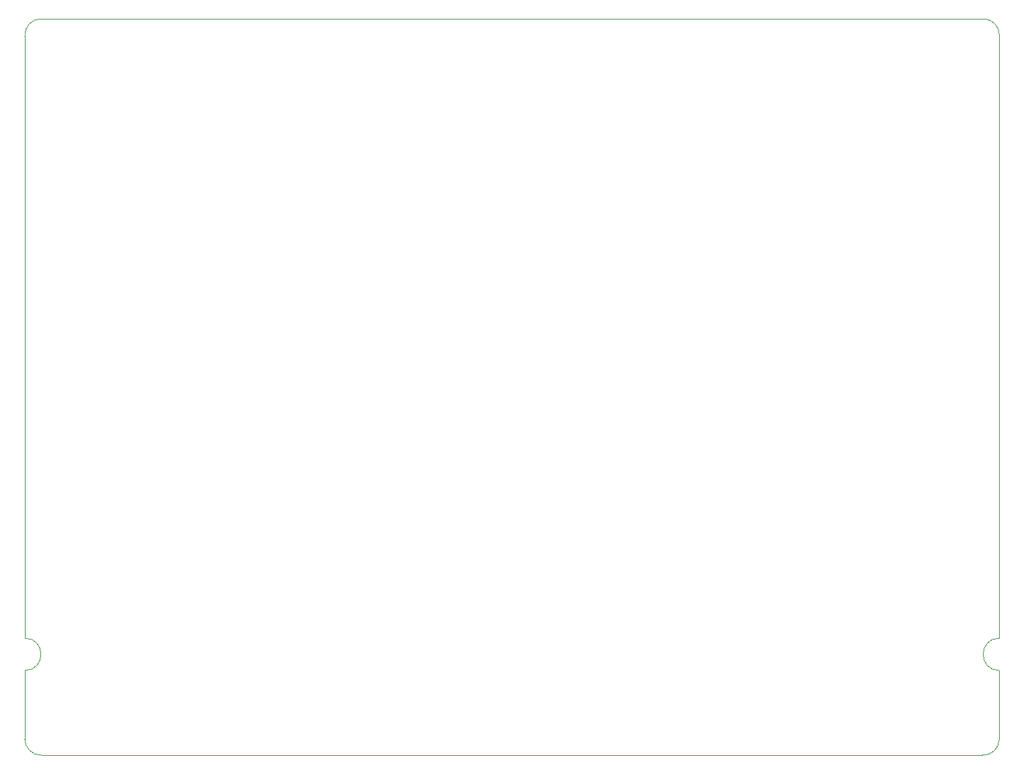
<source format=gm1>
G04 #@! TF.GenerationSoftware,KiCad,Pcbnew,(6.0.8)*
G04 #@! TF.CreationDate,2022-11-19T16:10:13-06:00*
G04 #@! TF.ProjectId,Driveboard_2023,44726976-6562-46f6-9172-645f32303233,rev?*
G04 #@! TF.SameCoordinates,Original*
G04 #@! TF.FileFunction,Profile,NP*
%FSLAX46Y46*%
G04 Gerber Fmt 4.6, Leading zero omitted, Abs format (unit mm)*
G04 Created by KiCad (PCBNEW (6.0.8)) date 2022-11-19 16:10:13*
%MOMM*%
%LPD*%
G01*
G04 APERTURE LIST*
G04 #@! TA.AperFunction,Profile*
%ADD10C,0.100000*%
G04 #@! TD*
G04 APERTURE END LIST*
D10*
X252730002Y-129031963D02*
G75*
G03*
X254889000Y-127000000I123298J2031963D01*
G01*
X254889000Y-118364000D02*
X254889000Y-127000000D01*
X132334000Y-118364000D02*
G75*
G03*
X132334000Y-114300000I0J2032000D01*
G01*
X132334000Y-127000000D02*
G75*
G03*
X134366000Y-129032000I2032000J0D01*
G01*
X254889000Y-38354000D02*
X254889000Y-114300000D01*
X134365999Y-36318035D02*
G75*
G03*
X132334000Y-38481000I1J-2035965D01*
G01*
X254888950Y-38354000D02*
G75*
G03*
X253111000Y-36322000I-2050150J0D01*
G01*
X134365999Y-36318036D02*
X253111000Y-36322000D01*
X254889000Y-114300000D02*
G75*
G03*
X254889000Y-118364000I0J-2032000D01*
G01*
X132334000Y-127000000D02*
X132334000Y-118364000D01*
X132334000Y-114300000D02*
X132334000Y-38481000D01*
X252730000Y-129032000D02*
X134366000Y-129032000D01*
M02*

</source>
